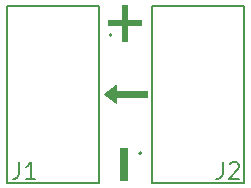
<source format=gbr>
%TF.GenerationSoftware,KiCad,Pcbnew,8.0.6-8.0.6-0~ubuntu22.04.1*%
%TF.CreationDate,2025-01-28T14:04:11+10:30*%
%TF.ProjectId,wetmate,7765746d-6174-4652-9e6b-696361645f70,rev?*%
%TF.SameCoordinates,Original*%
%TF.FileFunction,Legend,Top*%
%TF.FilePolarity,Positive*%
%FSLAX46Y46*%
G04 Gerber Fmt 4.6, Leading zero omitted, Abs format (unit mm)*
G04 Created by KiCad (PCBNEW 8.0.6-8.0.6-0~ubuntu22.04.1) date 2025-01-28 14:04:11*
%MOMM*%
%LPD*%
G01*
G04 APERTURE LIST*
%ADD10C,0.100000*%
%ADD11C,0.150000*%
%ADD12C,0.127000*%
%ADD13C,0.200000*%
G04 APERTURE END LIST*
D10*
X113875000Y-72250000D02*
X116875000Y-72250000D01*
X116875000Y-72750000D01*
X113875000Y-72750000D01*
X113875000Y-72250000D01*
G36*
X113875000Y-72250000D02*
G01*
X116875000Y-72250000D01*
X116875000Y-72750000D01*
X113875000Y-72750000D01*
X113875000Y-72250000D01*
G37*
X114250000Y-73250000D02*
X113195092Y-72500000D01*
X114250000Y-71750000D01*
X114250000Y-73250000D01*
G36*
X114250000Y-73250000D02*
G01*
X113195092Y-72500000D01*
X114250000Y-71750000D01*
X114250000Y-73250000D01*
G37*
D11*
G36*
X114616322Y-79856908D02*
G01*
X114616322Y-77078401D01*
X115272847Y-77078401D01*
X115272847Y-79856908D01*
X114616322Y-79856908D01*
G37*
G36*
X113535223Y-66224741D02*
G01*
X114732135Y-66224741D01*
X114732135Y-64958586D01*
X115238817Y-64958586D01*
X115238817Y-66224741D01*
X116434630Y-66224741D01*
X116434630Y-66717135D01*
X115238817Y-66717135D01*
X115238817Y-68053632D01*
X114732135Y-68053632D01*
X114732135Y-66717135D01*
X113535223Y-66717135D01*
X113535223Y-66224741D01*
G37*
X106033333Y-78239866D02*
X106033333Y-79239866D01*
X106033333Y-79239866D02*
X105966666Y-79439866D01*
X105966666Y-79439866D02*
X105833333Y-79573200D01*
X105833333Y-79573200D02*
X105633333Y-79639866D01*
X105633333Y-79639866D02*
X105500000Y-79639866D01*
X107433333Y-79639866D02*
X106633333Y-79639866D01*
X107033333Y-79639866D02*
X107033333Y-78239866D01*
X107033333Y-78239866D02*
X106900000Y-78439866D01*
X106900000Y-78439866D02*
X106766667Y-78573200D01*
X106766667Y-78573200D02*
X106633333Y-78639866D01*
X123283333Y-78239866D02*
X123283333Y-79239866D01*
X123283333Y-79239866D02*
X123216666Y-79439866D01*
X123216666Y-79439866D02*
X123083333Y-79573200D01*
X123083333Y-79573200D02*
X122883333Y-79639866D01*
X122883333Y-79639866D02*
X122750000Y-79639866D01*
X123883333Y-78373200D02*
X123950000Y-78306533D01*
X123950000Y-78306533D02*
X124083333Y-78239866D01*
X124083333Y-78239866D02*
X124416667Y-78239866D01*
X124416667Y-78239866D02*
X124550000Y-78306533D01*
X124550000Y-78306533D02*
X124616667Y-78373200D01*
X124616667Y-78373200D02*
X124683333Y-78506533D01*
X124683333Y-78506533D02*
X124683333Y-78639866D01*
X124683333Y-78639866D02*
X124616667Y-78839866D01*
X124616667Y-78839866D02*
X123816667Y-79639866D01*
X123816667Y-79639866D02*
X124683333Y-79639866D01*
D12*
%TO.C,J1*%
X105000000Y-65000000D02*
X112800000Y-65000000D01*
X105000000Y-80000000D02*
X105000000Y-65000000D01*
X112800000Y-65000000D02*
X112800000Y-80000000D01*
X112800000Y-80000000D02*
X105000000Y-80000000D01*
D13*
X113900000Y-67500000D02*
G75*
G02*
X113700000Y-67500000I-100000J0D01*
G01*
X113700000Y-67500000D02*
G75*
G02*
X113900000Y-67500000I100000J0D01*
G01*
D12*
%TO.C,J2*%
X117312500Y-65000000D02*
X125112500Y-65000000D01*
X117312500Y-80000000D02*
X117312500Y-65000000D01*
X125112500Y-65000000D02*
X125112500Y-80000000D01*
X125112500Y-80000000D02*
X117312500Y-80000000D01*
D13*
X116412500Y-77500000D02*
G75*
G02*
X116212500Y-77500000I-100000J0D01*
G01*
X116212500Y-77500000D02*
G75*
G02*
X116412500Y-77500000I100000J0D01*
G01*
%TD*%
M02*

</source>
